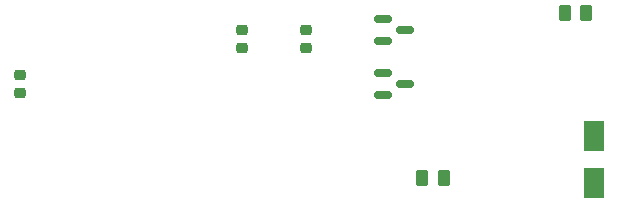
<source format=gbr>
%TF.GenerationSoftware,KiCad,Pcbnew,6.0.11-2627ca5db0~126~ubuntu22.04.1*%
%TF.CreationDate,2023-02-15T16:19:53+03:00*%
%TF.ProjectId,train_barrier,74726169-6e5f-4626-9172-726965722e6b,rev?*%
%TF.SameCoordinates,Original*%
%TF.FileFunction,Paste,Top*%
%TF.FilePolarity,Positive*%
%FSLAX46Y46*%
G04 Gerber Fmt 4.6, Leading zero omitted, Abs format (unit mm)*
G04 Created by KiCad (PCBNEW 6.0.11-2627ca5db0~126~ubuntu22.04.1) date 2023-02-15 16:19:53*
%MOMM*%
%LPD*%
G01*
G04 APERTURE LIST*
G04 Aperture macros list*
%AMRoundRect*
0 Rectangle with rounded corners*
0 $1 Rounding radius*
0 $2 $3 $4 $5 $6 $7 $8 $9 X,Y pos of 4 corners*
0 Add a 4 corners polygon primitive as box body*
4,1,4,$2,$3,$4,$5,$6,$7,$8,$9,$2,$3,0*
0 Add four circle primitives for the rounded corners*
1,1,$1+$1,$2,$3*
1,1,$1+$1,$4,$5*
1,1,$1+$1,$6,$7*
1,1,$1+$1,$8,$9*
0 Add four rect primitives between the rounded corners*
20,1,$1+$1,$2,$3,$4,$5,0*
20,1,$1+$1,$4,$5,$6,$7,0*
20,1,$1+$1,$6,$7,$8,$9,0*
20,1,$1+$1,$8,$9,$2,$3,0*%
G04 Aperture macros list end*
%ADD10RoundRect,0.225000X-0.250000X0.225000X-0.250000X-0.225000X0.250000X-0.225000X0.250000X0.225000X0*%
%ADD11RoundRect,0.250000X0.262500X0.450000X-0.262500X0.450000X-0.262500X-0.450000X0.262500X-0.450000X0*%
%ADD12RoundRect,0.250000X-0.262500X-0.450000X0.262500X-0.450000X0.262500X0.450000X-0.262500X0.450000X0*%
%ADD13R,1.800000X2.500000*%
%ADD14RoundRect,0.150000X-0.587500X-0.150000X0.587500X-0.150000X0.587500X0.150000X-0.587500X0.150000X0*%
G04 APERTURE END LIST*
D10*
%TO.C,C3*%
X97600000Y-28225000D03*
X97600000Y-29775000D03*
%TD*%
D11*
%TO.C,R6*%
X126712500Y-26800000D03*
X124887500Y-26800000D03*
%TD*%
D10*
%TO.C,C5*%
X78800000Y-32025000D03*
X78800000Y-33575000D03*
%TD*%
%TO.C,C2*%
X103000000Y-28225000D03*
X103000000Y-29775000D03*
%TD*%
D12*
%TO.C,R10*%
X112837500Y-40750000D03*
X114662500Y-40750000D03*
%TD*%
D13*
%TO.C,D3*%
X127400000Y-37200000D03*
X127400000Y-41200000D03*
%TD*%
D14*
%TO.C,Q5*%
X109462500Y-31850000D03*
X109462500Y-33750000D03*
X111337500Y-32800000D03*
%TD*%
%TO.C,Q3*%
X109462500Y-27250000D03*
X109462500Y-29150000D03*
X111337500Y-28200000D03*
%TD*%
M02*

</source>
